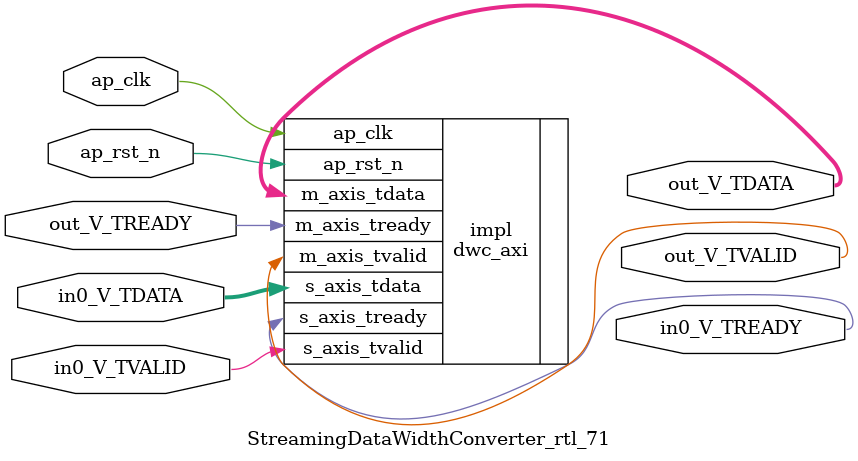
<source format=v>
/******************************************************************************
 * Copyright (C) 2023, Advanced Micro Devices, Inc.
 * All rights reserved.
 *
 * Redistribution and use in source and binary forms, with or without
 * modification, are permitted provided that the following conditions are met:
 *
 *  1. Redistributions of source code must retain the above copyright notice,
 *     this list of conditions and the following disclaimer.
 *
 *  2. Redistributions in binary form must reproduce the above copyright
 *     notice, this list of conditions and the following disclaimer in the
 *     documentation and/or other materials provided with the distribution.
 *
 *  3. Neither the name of the copyright holder nor the names of its
 *     contributors may be used to endorse or promote products derived from
 *     this software without specific prior written permission.
 *
 * THIS SOFTWARE IS PROVIDED BY THE COPYRIGHT HOLDERS AND CONTRIBUTORS "AS IS"
 * AND ANY EXPRESS OR IMPLIED WARRANTIES, INCLUDING, BUT NOT LIMITED TO,
 * THE IMPLIED WARRANTIES OF MERCHANTABILITY AND FITNESS FOR A PARTICULAR
 * PURPOSE ARE DISCLAIMED. IN NO EVENT SHALL THE COPYRIGHT HOLDER OR
 * CONTRIBUTORS BE LIABLE FOR ANY DIRECT, INDIRECT, INCIDENTAL, SPECIAL,
 * EXEMPLARY, OR CONSEQUENTIAL DAMAGES (INCLUDING, BUT NOT LIMITED TO,
 * PROCUREMENT OF SUBSTITUTE GOODS OR SERVICES; LOSS OF USE, DATA, OR PROFITS;
 * OR BUSINESS INTERRUPTION). HOWEVER CAUSED AND ON ANY THEORY OF LIABILITY,
 * WHETHER IN CONTRACT, STRICT LIABILITY, OR TORT (INCLUDING NEGLIGENCE OR
 * OTHERWISE) ARISING IN ANY WAY OUT OF THE USE OF THIS SOFTWARE, EVEN IF
 * ADVISED OF THE POSSIBILITY OF SUCH DAMAGE.
 *****************************************************************************/

module StreamingDataWidthConverter_rtl_71 #(
	parameter  IBITS = 256,
	parameter  OBITS = 4,

	parameter  AXI_IBITS = (IBITS+7)/8 * 8,
	parameter  AXI_OBITS = (OBITS+7)/8 * 8
)(
	//- Global Control ------------------
	(* X_INTERFACE_INFO = "xilinx.com:signal:clock:1.0 ap_clk CLK" *)
	(* X_INTERFACE_PARAMETER = "ASSOCIATED_BUSIF in0_V:out_V, ASSOCIATED_RESET ap_rst_n" *)
	input	ap_clk,
	(* X_INTERFACE_PARAMETER = "POLARITY ACTIVE_LOW" *)
	input	ap_rst_n,

	//- AXI Stream - Input --------------
	output	in0_V_TREADY,
	input	in0_V_TVALID,
	input	[AXI_IBITS-1:0]  in0_V_TDATA,

	//- AXI Stream - Output -------------
	input	out_V_TREADY,
	output	out_V_TVALID,
	output	[AXI_OBITS-1:0]  out_V_TDATA
);

	dwc_axi #(
		.IBITS(IBITS),
		.OBITS(OBITS)
	) impl (
		.ap_clk(ap_clk),
		.ap_rst_n(ap_rst_n),
		.s_axis_tready(in0_V_TREADY),
		.s_axis_tvalid(in0_V_TVALID),
		.s_axis_tdata(in0_V_TDATA),
		.m_axis_tready(out_V_TREADY),
		.m_axis_tvalid(out_V_TVALID),
		.m_axis_tdata(out_V_TDATA)
	);

endmodule

</source>
